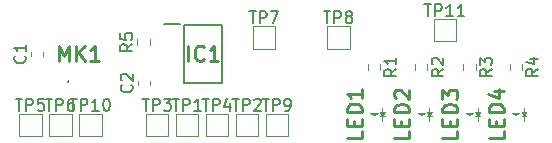
<source format=gto>
%TF.GenerationSoftware,KiCad,Pcbnew,8.0.0*%
%TF.CreationDate,2024-03-13T09:03:30+01:00*%
%TF.ProjectId,BAT_Breakout,4241545f-4272-4656-916b-6f75742e6b69,rev?*%
%TF.SameCoordinates,Original*%
%TF.FileFunction,Legend,Top*%
%TF.FilePolarity,Positive*%
%FSLAX46Y46*%
G04 Gerber Fmt 4.6, Leading zero omitted, Abs format (unit mm)*
G04 Created by KiCad (PCBNEW 8.0.0) date 2024-03-13 09:03:30*
%MOMM*%
%LPD*%
G01*
G04 APERTURE LIST*
%ADD10C,0.150000*%
%ADD11C,0.254000*%
%ADD12C,0.120000*%
%ADD13C,0.200000*%
G04 APERTURE END LIST*
D10*
X175438095Y-59406819D02*
X176009523Y-59406819D01*
X175723809Y-60406819D02*
X175723809Y-59406819D01*
X176342857Y-60406819D02*
X176342857Y-59406819D01*
X176342857Y-59406819D02*
X176723809Y-59406819D01*
X176723809Y-59406819D02*
X176819047Y-59454438D01*
X176819047Y-59454438D02*
X176866666Y-59502057D01*
X176866666Y-59502057D02*
X176914285Y-59597295D01*
X176914285Y-59597295D02*
X176914285Y-59740152D01*
X176914285Y-59740152D02*
X176866666Y-59835390D01*
X176866666Y-59835390D02*
X176819047Y-59883009D01*
X176819047Y-59883009D02*
X176723809Y-59930628D01*
X176723809Y-59930628D02*
X176342857Y-59930628D01*
X177247619Y-59406819D02*
X177914285Y-59406819D01*
X177914285Y-59406819D02*
X177485714Y-60406819D01*
X158198095Y-66806819D02*
X158769523Y-66806819D01*
X158483809Y-67806819D02*
X158483809Y-66806819D01*
X159102857Y-67806819D02*
X159102857Y-66806819D01*
X159102857Y-66806819D02*
X159483809Y-66806819D01*
X159483809Y-66806819D02*
X159579047Y-66854438D01*
X159579047Y-66854438D02*
X159626666Y-66902057D01*
X159626666Y-66902057D02*
X159674285Y-66997295D01*
X159674285Y-66997295D02*
X159674285Y-67140152D01*
X159674285Y-67140152D02*
X159626666Y-67235390D01*
X159626666Y-67235390D02*
X159579047Y-67283009D01*
X159579047Y-67283009D02*
X159483809Y-67330628D01*
X159483809Y-67330628D02*
X159102857Y-67330628D01*
X160531428Y-66806819D02*
X160340952Y-66806819D01*
X160340952Y-66806819D02*
X160245714Y-66854438D01*
X160245714Y-66854438D02*
X160198095Y-66902057D01*
X160198095Y-66902057D02*
X160102857Y-67044914D01*
X160102857Y-67044914D02*
X160055238Y-67235390D01*
X160055238Y-67235390D02*
X160055238Y-67616342D01*
X160055238Y-67616342D02*
X160102857Y-67711580D01*
X160102857Y-67711580D02*
X160150476Y-67759200D01*
X160150476Y-67759200D02*
X160245714Y-67806819D01*
X160245714Y-67806819D02*
X160436190Y-67806819D01*
X160436190Y-67806819D02*
X160531428Y-67759200D01*
X160531428Y-67759200D02*
X160579047Y-67711580D01*
X160579047Y-67711580D02*
X160626666Y-67616342D01*
X160626666Y-67616342D02*
X160626666Y-67378247D01*
X160626666Y-67378247D02*
X160579047Y-67283009D01*
X160579047Y-67283009D02*
X160531428Y-67235390D01*
X160531428Y-67235390D02*
X160436190Y-67187771D01*
X160436190Y-67187771D02*
X160245714Y-67187771D01*
X160245714Y-67187771D02*
X160150476Y-67235390D01*
X160150476Y-67235390D02*
X160102857Y-67283009D01*
X160102857Y-67283009D02*
X160055238Y-67378247D01*
X155658095Y-66806819D02*
X156229523Y-66806819D01*
X155943809Y-67806819D02*
X155943809Y-66806819D01*
X156562857Y-67806819D02*
X156562857Y-66806819D01*
X156562857Y-66806819D02*
X156943809Y-66806819D01*
X156943809Y-66806819D02*
X157039047Y-66854438D01*
X157039047Y-66854438D02*
X157086666Y-66902057D01*
X157086666Y-66902057D02*
X157134285Y-66997295D01*
X157134285Y-66997295D02*
X157134285Y-67140152D01*
X157134285Y-67140152D02*
X157086666Y-67235390D01*
X157086666Y-67235390D02*
X157039047Y-67283009D01*
X157039047Y-67283009D02*
X156943809Y-67330628D01*
X156943809Y-67330628D02*
X156562857Y-67330628D01*
X158039047Y-66806819D02*
X157562857Y-66806819D01*
X157562857Y-66806819D02*
X157515238Y-67283009D01*
X157515238Y-67283009D02*
X157562857Y-67235390D01*
X157562857Y-67235390D02*
X157658095Y-67187771D01*
X157658095Y-67187771D02*
X157896190Y-67187771D01*
X157896190Y-67187771D02*
X157991428Y-67235390D01*
X157991428Y-67235390D02*
X158039047Y-67283009D01*
X158039047Y-67283009D02*
X158086666Y-67378247D01*
X158086666Y-67378247D02*
X158086666Y-67616342D01*
X158086666Y-67616342D02*
X158039047Y-67711580D01*
X158039047Y-67711580D02*
X157991428Y-67759200D01*
X157991428Y-67759200D02*
X157896190Y-67806819D01*
X157896190Y-67806819D02*
X157658095Y-67806819D01*
X157658095Y-67806819D02*
X157562857Y-67759200D01*
X157562857Y-67759200D02*
X157515238Y-67711580D01*
X171458095Y-66806819D02*
X172029523Y-66806819D01*
X171743809Y-67806819D02*
X171743809Y-66806819D01*
X172362857Y-67806819D02*
X172362857Y-66806819D01*
X172362857Y-66806819D02*
X172743809Y-66806819D01*
X172743809Y-66806819D02*
X172839047Y-66854438D01*
X172839047Y-66854438D02*
X172886666Y-66902057D01*
X172886666Y-66902057D02*
X172934285Y-66997295D01*
X172934285Y-66997295D02*
X172934285Y-67140152D01*
X172934285Y-67140152D02*
X172886666Y-67235390D01*
X172886666Y-67235390D02*
X172839047Y-67283009D01*
X172839047Y-67283009D02*
X172743809Y-67330628D01*
X172743809Y-67330628D02*
X172362857Y-67330628D01*
X173791428Y-67140152D02*
X173791428Y-67806819D01*
X173553333Y-66759200D02*
X173315238Y-67473485D01*
X173315238Y-67473485D02*
X173934285Y-67473485D01*
X166378095Y-66806819D02*
X166949523Y-66806819D01*
X166663809Y-67806819D02*
X166663809Y-66806819D01*
X167282857Y-67806819D02*
X167282857Y-66806819D01*
X167282857Y-66806819D02*
X167663809Y-66806819D01*
X167663809Y-66806819D02*
X167759047Y-66854438D01*
X167759047Y-66854438D02*
X167806666Y-66902057D01*
X167806666Y-66902057D02*
X167854285Y-66997295D01*
X167854285Y-66997295D02*
X167854285Y-67140152D01*
X167854285Y-67140152D02*
X167806666Y-67235390D01*
X167806666Y-67235390D02*
X167759047Y-67283009D01*
X167759047Y-67283009D02*
X167663809Y-67330628D01*
X167663809Y-67330628D02*
X167282857Y-67330628D01*
X168187619Y-66806819D02*
X168806666Y-66806819D01*
X168806666Y-66806819D02*
X168473333Y-67187771D01*
X168473333Y-67187771D02*
X168616190Y-67187771D01*
X168616190Y-67187771D02*
X168711428Y-67235390D01*
X168711428Y-67235390D02*
X168759047Y-67283009D01*
X168759047Y-67283009D02*
X168806666Y-67378247D01*
X168806666Y-67378247D02*
X168806666Y-67616342D01*
X168806666Y-67616342D02*
X168759047Y-67711580D01*
X168759047Y-67711580D02*
X168711428Y-67759200D01*
X168711428Y-67759200D02*
X168616190Y-67806819D01*
X168616190Y-67806819D02*
X168330476Y-67806819D01*
X168330476Y-67806819D02*
X168235238Y-67759200D01*
X168235238Y-67759200D02*
X168187619Y-67711580D01*
X173998095Y-66806819D02*
X174569523Y-66806819D01*
X174283809Y-67806819D02*
X174283809Y-66806819D01*
X174902857Y-67806819D02*
X174902857Y-66806819D01*
X174902857Y-66806819D02*
X175283809Y-66806819D01*
X175283809Y-66806819D02*
X175379047Y-66854438D01*
X175379047Y-66854438D02*
X175426666Y-66902057D01*
X175426666Y-66902057D02*
X175474285Y-66997295D01*
X175474285Y-66997295D02*
X175474285Y-67140152D01*
X175474285Y-67140152D02*
X175426666Y-67235390D01*
X175426666Y-67235390D02*
X175379047Y-67283009D01*
X175379047Y-67283009D02*
X175283809Y-67330628D01*
X175283809Y-67330628D02*
X174902857Y-67330628D01*
X175855238Y-66902057D02*
X175902857Y-66854438D01*
X175902857Y-66854438D02*
X175998095Y-66806819D01*
X175998095Y-66806819D02*
X176236190Y-66806819D01*
X176236190Y-66806819D02*
X176331428Y-66854438D01*
X176331428Y-66854438D02*
X176379047Y-66902057D01*
X176379047Y-66902057D02*
X176426666Y-66997295D01*
X176426666Y-66997295D02*
X176426666Y-67092533D01*
X176426666Y-67092533D02*
X176379047Y-67235390D01*
X176379047Y-67235390D02*
X175807619Y-67806819D01*
X175807619Y-67806819D02*
X176426666Y-67806819D01*
X168918095Y-66806819D02*
X169489523Y-66806819D01*
X169203809Y-67806819D02*
X169203809Y-66806819D01*
X169822857Y-67806819D02*
X169822857Y-66806819D01*
X169822857Y-66806819D02*
X170203809Y-66806819D01*
X170203809Y-66806819D02*
X170299047Y-66854438D01*
X170299047Y-66854438D02*
X170346666Y-66902057D01*
X170346666Y-66902057D02*
X170394285Y-66997295D01*
X170394285Y-66997295D02*
X170394285Y-67140152D01*
X170394285Y-67140152D02*
X170346666Y-67235390D01*
X170346666Y-67235390D02*
X170299047Y-67283009D01*
X170299047Y-67283009D02*
X170203809Y-67330628D01*
X170203809Y-67330628D02*
X169822857Y-67330628D01*
X171346666Y-67806819D02*
X170775238Y-67806819D01*
X171060952Y-67806819D02*
X171060952Y-66806819D01*
X171060952Y-66806819D02*
X170965714Y-66949676D01*
X170965714Y-66949676D02*
X170870476Y-67044914D01*
X170870476Y-67044914D02*
X170775238Y-67092533D01*
X190261905Y-58806819D02*
X190833333Y-58806819D01*
X190547619Y-59806819D02*
X190547619Y-58806819D01*
X191166667Y-59806819D02*
X191166667Y-58806819D01*
X191166667Y-58806819D02*
X191547619Y-58806819D01*
X191547619Y-58806819D02*
X191642857Y-58854438D01*
X191642857Y-58854438D02*
X191690476Y-58902057D01*
X191690476Y-58902057D02*
X191738095Y-58997295D01*
X191738095Y-58997295D02*
X191738095Y-59140152D01*
X191738095Y-59140152D02*
X191690476Y-59235390D01*
X191690476Y-59235390D02*
X191642857Y-59283009D01*
X191642857Y-59283009D02*
X191547619Y-59330628D01*
X191547619Y-59330628D02*
X191166667Y-59330628D01*
X192690476Y-59806819D02*
X192119048Y-59806819D01*
X192404762Y-59806819D02*
X192404762Y-58806819D01*
X192404762Y-58806819D02*
X192309524Y-58949676D01*
X192309524Y-58949676D02*
X192214286Y-59044914D01*
X192214286Y-59044914D02*
X192119048Y-59092533D01*
X193642857Y-59806819D02*
X193071429Y-59806819D01*
X193357143Y-59806819D02*
X193357143Y-58806819D01*
X193357143Y-58806819D02*
X193261905Y-58949676D01*
X193261905Y-58949676D02*
X193166667Y-59044914D01*
X193166667Y-59044914D02*
X193071429Y-59092533D01*
X160261905Y-66806819D02*
X160833333Y-66806819D01*
X160547619Y-67806819D02*
X160547619Y-66806819D01*
X161166667Y-67806819D02*
X161166667Y-66806819D01*
X161166667Y-66806819D02*
X161547619Y-66806819D01*
X161547619Y-66806819D02*
X161642857Y-66854438D01*
X161642857Y-66854438D02*
X161690476Y-66902057D01*
X161690476Y-66902057D02*
X161738095Y-66997295D01*
X161738095Y-66997295D02*
X161738095Y-67140152D01*
X161738095Y-67140152D02*
X161690476Y-67235390D01*
X161690476Y-67235390D02*
X161642857Y-67283009D01*
X161642857Y-67283009D02*
X161547619Y-67330628D01*
X161547619Y-67330628D02*
X161166667Y-67330628D01*
X162690476Y-67806819D02*
X162119048Y-67806819D01*
X162404762Y-67806819D02*
X162404762Y-66806819D01*
X162404762Y-66806819D02*
X162309524Y-66949676D01*
X162309524Y-66949676D02*
X162214286Y-67044914D01*
X162214286Y-67044914D02*
X162119048Y-67092533D01*
X163309524Y-66806819D02*
X163404762Y-66806819D01*
X163404762Y-66806819D02*
X163500000Y-66854438D01*
X163500000Y-66854438D02*
X163547619Y-66902057D01*
X163547619Y-66902057D02*
X163595238Y-66997295D01*
X163595238Y-66997295D02*
X163642857Y-67187771D01*
X163642857Y-67187771D02*
X163642857Y-67425866D01*
X163642857Y-67425866D02*
X163595238Y-67616342D01*
X163595238Y-67616342D02*
X163547619Y-67711580D01*
X163547619Y-67711580D02*
X163500000Y-67759200D01*
X163500000Y-67759200D02*
X163404762Y-67806819D01*
X163404762Y-67806819D02*
X163309524Y-67806819D01*
X163309524Y-67806819D02*
X163214286Y-67759200D01*
X163214286Y-67759200D02*
X163166667Y-67711580D01*
X163166667Y-67711580D02*
X163119048Y-67616342D01*
X163119048Y-67616342D02*
X163071429Y-67425866D01*
X163071429Y-67425866D02*
X163071429Y-67187771D01*
X163071429Y-67187771D02*
X163119048Y-66997295D01*
X163119048Y-66997295D02*
X163166667Y-66902057D01*
X163166667Y-66902057D02*
X163214286Y-66854438D01*
X163214286Y-66854438D02*
X163309524Y-66806819D01*
X176538095Y-66806819D02*
X177109523Y-66806819D01*
X176823809Y-67806819D02*
X176823809Y-66806819D01*
X177442857Y-67806819D02*
X177442857Y-66806819D01*
X177442857Y-66806819D02*
X177823809Y-66806819D01*
X177823809Y-66806819D02*
X177919047Y-66854438D01*
X177919047Y-66854438D02*
X177966666Y-66902057D01*
X177966666Y-66902057D02*
X178014285Y-66997295D01*
X178014285Y-66997295D02*
X178014285Y-67140152D01*
X178014285Y-67140152D02*
X177966666Y-67235390D01*
X177966666Y-67235390D02*
X177919047Y-67283009D01*
X177919047Y-67283009D02*
X177823809Y-67330628D01*
X177823809Y-67330628D02*
X177442857Y-67330628D01*
X178490476Y-67806819D02*
X178680952Y-67806819D01*
X178680952Y-67806819D02*
X178776190Y-67759200D01*
X178776190Y-67759200D02*
X178823809Y-67711580D01*
X178823809Y-67711580D02*
X178919047Y-67568723D01*
X178919047Y-67568723D02*
X178966666Y-67378247D01*
X178966666Y-67378247D02*
X178966666Y-66997295D01*
X178966666Y-66997295D02*
X178919047Y-66902057D01*
X178919047Y-66902057D02*
X178871428Y-66854438D01*
X178871428Y-66854438D02*
X178776190Y-66806819D01*
X178776190Y-66806819D02*
X178585714Y-66806819D01*
X178585714Y-66806819D02*
X178490476Y-66854438D01*
X178490476Y-66854438D02*
X178442857Y-66902057D01*
X178442857Y-66902057D02*
X178395238Y-66997295D01*
X178395238Y-66997295D02*
X178395238Y-67235390D01*
X178395238Y-67235390D02*
X178442857Y-67330628D01*
X178442857Y-67330628D02*
X178490476Y-67378247D01*
X178490476Y-67378247D02*
X178585714Y-67425866D01*
X178585714Y-67425866D02*
X178776190Y-67425866D01*
X178776190Y-67425866D02*
X178871428Y-67378247D01*
X178871428Y-67378247D02*
X178919047Y-67330628D01*
X178919047Y-67330628D02*
X178966666Y-67235390D01*
X181738095Y-59406819D02*
X182309523Y-59406819D01*
X182023809Y-60406819D02*
X182023809Y-59406819D01*
X182642857Y-60406819D02*
X182642857Y-59406819D01*
X182642857Y-59406819D02*
X183023809Y-59406819D01*
X183023809Y-59406819D02*
X183119047Y-59454438D01*
X183119047Y-59454438D02*
X183166666Y-59502057D01*
X183166666Y-59502057D02*
X183214285Y-59597295D01*
X183214285Y-59597295D02*
X183214285Y-59740152D01*
X183214285Y-59740152D02*
X183166666Y-59835390D01*
X183166666Y-59835390D02*
X183119047Y-59883009D01*
X183119047Y-59883009D02*
X183023809Y-59930628D01*
X183023809Y-59930628D02*
X182642857Y-59930628D01*
X183785714Y-59835390D02*
X183690476Y-59787771D01*
X183690476Y-59787771D02*
X183642857Y-59740152D01*
X183642857Y-59740152D02*
X183595238Y-59644914D01*
X183595238Y-59644914D02*
X183595238Y-59597295D01*
X183595238Y-59597295D02*
X183642857Y-59502057D01*
X183642857Y-59502057D02*
X183690476Y-59454438D01*
X183690476Y-59454438D02*
X183785714Y-59406819D01*
X183785714Y-59406819D02*
X183976190Y-59406819D01*
X183976190Y-59406819D02*
X184071428Y-59454438D01*
X184071428Y-59454438D02*
X184119047Y-59502057D01*
X184119047Y-59502057D02*
X184166666Y-59597295D01*
X184166666Y-59597295D02*
X184166666Y-59644914D01*
X184166666Y-59644914D02*
X184119047Y-59740152D01*
X184119047Y-59740152D02*
X184071428Y-59787771D01*
X184071428Y-59787771D02*
X183976190Y-59835390D01*
X183976190Y-59835390D02*
X183785714Y-59835390D01*
X183785714Y-59835390D02*
X183690476Y-59883009D01*
X183690476Y-59883009D02*
X183642857Y-59930628D01*
X183642857Y-59930628D02*
X183595238Y-60025866D01*
X183595238Y-60025866D02*
X183595238Y-60216342D01*
X183595238Y-60216342D02*
X183642857Y-60311580D01*
X183642857Y-60311580D02*
X183690476Y-60359200D01*
X183690476Y-60359200D02*
X183785714Y-60406819D01*
X183785714Y-60406819D02*
X183976190Y-60406819D01*
X183976190Y-60406819D02*
X184071428Y-60359200D01*
X184071428Y-60359200D02*
X184119047Y-60311580D01*
X184119047Y-60311580D02*
X184166666Y-60216342D01*
X184166666Y-60216342D02*
X184166666Y-60025866D01*
X184166666Y-60025866D02*
X184119047Y-59930628D01*
X184119047Y-59930628D02*
X184071428Y-59883009D01*
X184071428Y-59883009D02*
X183976190Y-59835390D01*
X199884819Y-64266666D02*
X199408628Y-64599999D01*
X199884819Y-64838094D02*
X198884819Y-64838094D01*
X198884819Y-64838094D02*
X198884819Y-64457142D01*
X198884819Y-64457142D02*
X198932438Y-64361904D01*
X198932438Y-64361904D02*
X198980057Y-64314285D01*
X198980057Y-64314285D02*
X199075295Y-64266666D01*
X199075295Y-64266666D02*
X199218152Y-64266666D01*
X199218152Y-64266666D02*
X199313390Y-64314285D01*
X199313390Y-64314285D02*
X199361009Y-64361904D01*
X199361009Y-64361904D02*
X199408628Y-64457142D01*
X199408628Y-64457142D02*
X199408628Y-64838094D01*
X199218152Y-63409523D02*
X199884819Y-63409523D01*
X198837200Y-63647618D02*
X199551485Y-63885713D01*
X199551485Y-63885713D02*
X199551485Y-63266666D01*
X195984819Y-64279166D02*
X195508628Y-64612499D01*
X195984819Y-64850594D02*
X194984819Y-64850594D01*
X194984819Y-64850594D02*
X194984819Y-64469642D01*
X194984819Y-64469642D02*
X195032438Y-64374404D01*
X195032438Y-64374404D02*
X195080057Y-64326785D01*
X195080057Y-64326785D02*
X195175295Y-64279166D01*
X195175295Y-64279166D02*
X195318152Y-64279166D01*
X195318152Y-64279166D02*
X195413390Y-64326785D01*
X195413390Y-64326785D02*
X195461009Y-64374404D01*
X195461009Y-64374404D02*
X195508628Y-64469642D01*
X195508628Y-64469642D02*
X195508628Y-64850594D01*
X194984819Y-63945832D02*
X194984819Y-63326785D01*
X194984819Y-63326785D02*
X195365771Y-63660118D01*
X195365771Y-63660118D02*
X195365771Y-63517261D01*
X195365771Y-63517261D02*
X195413390Y-63422023D01*
X195413390Y-63422023D02*
X195461009Y-63374404D01*
X195461009Y-63374404D02*
X195556247Y-63326785D01*
X195556247Y-63326785D02*
X195794342Y-63326785D01*
X195794342Y-63326785D02*
X195889580Y-63374404D01*
X195889580Y-63374404D02*
X195937200Y-63422023D01*
X195937200Y-63422023D02*
X195984819Y-63517261D01*
X195984819Y-63517261D02*
X195984819Y-63802975D01*
X195984819Y-63802975D02*
X195937200Y-63898213D01*
X195937200Y-63898213D02*
X195889580Y-63945832D01*
X191884819Y-64279166D02*
X191408628Y-64612499D01*
X191884819Y-64850594D02*
X190884819Y-64850594D01*
X190884819Y-64850594D02*
X190884819Y-64469642D01*
X190884819Y-64469642D02*
X190932438Y-64374404D01*
X190932438Y-64374404D02*
X190980057Y-64326785D01*
X190980057Y-64326785D02*
X191075295Y-64279166D01*
X191075295Y-64279166D02*
X191218152Y-64279166D01*
X191218152Y-64279166D02*
X191313390Y-64326785D01*
X191313390Y-64326785D02*
X191361009Y-64374404D01*
X191361009Y-64374404D02*
X191408628Y-64469642D01*
X191408628Y-64469642D02*
X191408628Y-64850594D01*
X190980057Y-63898213D02*
X190932438Y-63850594D01*
X190932438Y-63850594D02*
X190884819Y-63755356D01*
X190884819Y-63755356D02*
X190884819Y-63517261D01*
X190884819Y-63517261D02*
X190932438Y-63422023D01*
X190932438Y-63422023D02*
X190980057Y-63374404D01*
X190980057Y-63374404D02*
X191075295Y-63326785D01*
X191075295Y-63326785D02*
X191170533Y-63326785D01*
X191170533Y-63326785D02*
X191313390Y-63374404D01*
X191313390Y-63374404D02*
X191884819Y-63945832D01*
X191884819Y-63945832D02*
X191884819Y-63326785D01*
X187884819Y-64279166D02*
X187408628Y-64612499D01*
X187884819Y-64850594D02*
X186884819Y-64850594D01*
X186884819Y-64850594D02*
X186884819Y-64469642D01*
X186884819Y-64469642D02*
X186932438Y-64374404D01*
X186932438Y-64374404D02*
X186980057Y-64326785D01*
X186980057Y-64326785D02*
X187075295Y-64279166D01*
X187075295Y-64279166D02*
X187218152Y-64279166D01*
X187218152Y-64279166D02*
X187313390Y-64326785D01*
X187313390Y-64326785D02*
X187361009Y-64374404D01*
X187361009Y-64374404D02*
X187408628Y-64469642D01*
X187408628Y-64469642D02*
X187408628Y-64850594D01*
X187884819Y-63326785D02*
X187884819Y-63898213D01*
X187884819Y-63612499D02*
X186884819Y-63612499D01*
X186884819Y-63612499D02*
X187027676Y-63707737D01*
X187027676Y-63707737D02*
X187122914Y-63802975D01*
X187122914Y-63802975D02*
X187170533Y-63898213D01*
D11*
X159336904Y-63574318D02*
X159336904Y-62304318D01*
X159336904Y-62304318D02*
X159760238Y-63211461D01*
X159760238Y-63211461D02*
X160183571Y-62304318D01*
X160183571Y-62304318D02*
X160183571Y-63574318D01*
X160788333Y-63574318D02*
X160788333Y-62304318D01*
X161514048Y-63574318D02*
X160969762Y-62848603D01*
X161514048Y-62304318D02*
X160788333Y-63030032D01*
X162723572Y-63574318D02*
X161997857Y-63574318D01*
X162360714Y-63574318D02*
X162360714Y-62304318D01*
X162360714Y-62304318D02*
X162239762Y-62485746D01*
X162239762Y-62485746D02*
X162118810Y-62606699D01*
X162118810Y-62606699D02*
X161997857Y-62667175D01*
X196974318Y-69521190D02*
X196974318Y-70125952D01*
X196974318Y-70125952D02*
X195704318Y-70125952D01*
X196309080Y-69097857D02*
X196309080Y-68674523D01*
X196974318Y-68493095D02*
X196974318Y-69097857D01*
X196974318Y-69097857D02*
X195704318Y-69097857D01*
X195704318Y-69097857D02*
X195704318Y-68493095D01*
X196974318Y-67948809D02*
X195704318Y-67948809D01*
X195704318Y-67948809D02*
X195704318Y-67646428D01*
X195704318Y-67646428D02*
X195764794Y-67464999D01*
X195764794Y-67464999D02*
X195885746Y-67344047D01*
X195885746Y-67344047D02*
X196006699Y-67283570D01*
X196006699Y-67283570D02*
X196248603Y-67223094D01*
X196248603Y-67223094D02*
X196430032Y-67223094D01*
X196430032Y-67223094D02*
X196671937Y-67283570D01*
X196671937Y-67283570D02*
X196792889Y-67344047D01*
X196792889Y-67344047D02*
X196913842Y-67464999D01*
X196913842Y-67464999D02*
X196974318Y-67646428D01*
X196974318Y-67646428D02*
X196974318Y-67948809D01*
X196127651Y-66134523D02*
X196974318Y-66134523D01*
X195643842Y-66436904D02*
X196550984Y-66739285D01*
X196550984Y-66739285D02*
X196550984Y-65953094D01*
X193069318Y-69526190D02*
X193069318Y-70130952D01*
X193069318Y-70130952D02*
X191799318Y-70130952D01*
X192404080Y-69102857D02*
X192404080Y-68679523D01*
X193069318Y-68498095D02*
X193069318Y-69102857D01*
X193069318Y-69102857D02*
X191799318Y-69102857D01*
X191799318Y-69102857D02*
X191799318Y-68498095D01*
X193069318Y-67953809D02*
X191799318Y-67953809D01*
X191799318Y-67953809D02*
X191799318Y-67651428D01*
X191799318Y-67651428D02*
X191859794Y-67469999D01*
X191859794Y-67469999D02*
X191980746Y-67349047D01*
X191980746Y-67349047D02*
X192101699Y-67288570D01*
X192101699Y-67288570D02*
X192343603Y-67228094D01*
X192343603Y-67228094D02*
X192525032Y-67228094D01*
X192525032Y-67228094D02*
X192766937Y-67288570D01*
X192766937Y-67288570D02*
X192887889Y-67349047D01*
X192887889Y-67349047D02*
X193008842Y-67469999D01*
X193008842Y-67469999D02*
X193069318Y-67651428D01*
X193069318Y-67651428D02*
X193069318Y-67953809D01*
X191799318Y-66804761D02*
X191799318Y-66018570D01*
X191799318Y-66018570D02*
X192283127Y-66441904D01*
X192283127Y-66441904D02*
X192283127Y-66260475D01*
X192283127Y-66260475D02*
X192343603Y-66139523D01*
X192343603Y-66139523D02*
X192404080Y-66079047D01*
X192404080Y-66079047D02*
X192525032Y-66018570D01*
X192525032Y-66018570D02*
X192827413Y-66018570D01*
X192827413Y-66018570D02*
X192948365Y-66079047D01*
X192948365Y-66079047D02*
X193008842Y-66139523D01*
X193008842Y-66139523D02*
X193069318Y-66260475D01*
X193069318Y-66260475D02*
X193069318Y-66623332D01*
X193069318Y-66623332D02*
X193008842Y-66744285D01*
X193008842Y-66744285D02*
X192948365Y-66804761D01*
X188974318Y-69526190D02*
X188974318Y-70130952D01*
X188974318Y-70130952D02*
X187704318Y-70130952D01*
X188309080Y-69102857D02*
X188309080Y-68679523D01*
X188974318Y-68498095D02*
X188974318Y-69102857D01*
X188974318Y-69102857D02*
X187704318Y-69102857D01*
X187704318Y-69102857D02*
X187704318Y-68498095D01*
X188974318Y-67953809D02*
X187704318Y-67953809D01*
X187704318Y-67953809D02*
X187704318Y-67651428D01*
X187704318Y-67651428D02*
X187764794Y-67469999D01*
X187764794Y-67469999D02*
X187885746Y-67349047D01*
X187885746Y-67349047D02*
X188006699Y-67288570D01*
X188006699Y-67288570D02*
X188248603Y-67228094D01*
X188248603Y-67228094D02*
X188430032Y-67228094D01*
X188430032Y-67228094D02*
X188671937Y-67288570D01*
X188671937Y-67288570D02*
X188792889Y-67349047D01*
X188792889Y-67349047D02*
X188913842Y-67469999D01*
X188913842Y-67469999D02*
X188974318Y-67651428D01*
X188974318Y-67651428D02*
X188974318Y-67953809D01*
X187825270Y-66744285D02*
X187764794Y-66683809D01*
X187764794Y-66683809D02*
X187704318Y-66562856D01*
X187704318Y-66562856D02*
X187704318Y-66260475D01*
X187704318Y-66260475D02*
X187764794Y-66139523D01*
X187764794Y-66139523D02*
X187825270Y-66079047D01*
X187825270Y-66079047D02*
X187946222Y-66018570D01*
X187946222Y-66018570D02*
X188067175Y-66018570D01*
X188067175Y-66018570D02*
X188248603Y-66079047D01*
X188248603Y-66079047D02*
X188974318Y-66804761D01*
X188974318Y-66804761D02*
X188974318Y-66018570D01*
X184974318Y-69521190D02*
X184974318Y-70125952D01*
X184974318Y-70125952D02*
X183704318Y-70125952D01*
X184309080Y-69097857D02*
X184309080Y-68674523D01*
X184974318Y-68493095D02*
X184974318Y-69097857D01*
X184974318Y-69097857D02*
X183704318Y-69097857D01*
X183704318Y-69097857D02*
X183704318Y-68493095D01*
X184974318Y-67948809D02*
X183704318Y-67948809D01*
X183704318Y-67948809D02*
X183704318Y-67646428D01*
X183704318Y-67646428D02*
X183764794Y-67464999D01*
X183764794Y-67464999D02*
X183885746Y-67344047D01*
X183885746Y-67344047D02*
X184006699Y-67283570D01*
X184006699Y-67283570D02*
X184248603Y-67223094D01*
X184248603Y-67223094D02*
X184430032Y-67223094D01*
X184430032Y-67223094D02*
X184671937Y-67283570D01*
X184671937Y-67283570D02*
X184792889Y-67344047D01*
X184792889Y-67344047D02*
X184913842Y-67464999D01*
X184913842Y-67464999D02*
X184974318Y-67646428D01*
X184974318Y-67646428D02*
X184974318Y-67948809D01*
X184974318Y-66013570D02*
X184974318Y-66739285D01*
X184974318Y-66376428D02*
X183704318Y-66376428D01*
X183704318Y-66376428D02*
X183885746Y-66497380D01*
X183885746Y-66497380D02*
X184006699Y-66618332D01*
X184006699Y-66618332D02*
X184067175Y-66739285D01*
X170260237Y-63574318D02*
X170260237Y-62304318D01*
X171590714Y-63453365D02*
X171530238Y-63513842D01*
X171530238Y-63513842D02*
X171348809Y-63574318D01*
X171348809Y-63574318D02*
X171227857Y-63574318D01*
X171227857Y-63574318D02*
X171046428Y-63513842D01*
X171046428Y-63513842D02*
X170925476Y-63392889D01*
X170925476Y-63392889D02*
X170864999Y-63271937D01*
X170864999Y-63271937D02*
X170804523Y-63030032D01*
X170804523Y-63030032D02*
X170804523Y-62848603D01*
X170804523Y-62848603D02*
X170864999Y-62606699D01*
X170864999Y-62606699D02*
X170925476Y-62485746D01*
X170925476Y-62485746D02*
X171046428Y-62364794D01*
X171046428Y-62364794D02*
X171227857Y-62304318D01*
X171227857Y-62304318D02*
X171348809Y-62304318D01*
X171348809Y-62304318D02*
X171530238Y-62364794D01*
X171530238Y-62364794D02*
X171590714Y-62425270D01*
X172800238Y-63574318D02*
X172074523Y-63574318D01*
X172437380Y-63574318D02*
X172437380Y-62304318D01*
X172437380Y-62304318D02*
X172316428Y-62485746D01*
X172316428Y-62485746D02*
X172195476Y-62606699D01*
X172195476Y-62606699D02*
X172074523Y-62667175D01*
D10*
X165524819Y-62166666D02*
X165048628Y-62499999D01*
X165524819Y-62738094D02*
X164524819Y-62738094D01*
X164524819Y-62738094D02*
X164524819Y-62357142D01*
X164524819Y-62357142D02*
X164572438Y-62261904D01*
X164572438Y-62261904D02*
X164620057Y-62214285D01*
X164620057Y-62214285D02*
X164715295Y-62166666D01*
X164715295Y-62166666D02*
X164858152Y-62166666D01*
X164858152Y-62166666D02*
X164953390Y-62214285D01*
X164953390Y-62214285D02*
X165001009Y-62261904D01*
X165001009Y-62261904D02*
X165048628Y-62357142D01*
X165048628Y-62357142D02*
X165048628Y-62738094D01*
X164524819Y-61261904D02*
X164524819Y-61738094D01*
X164524819Y-61738094D02*
X165001009Y-61785713D01*
X165001009Y-61785713D02*
X164953390Y-61738094D01*
X164953390Y-61738094D02*
X164905771Y-61642856D01*
X164905771Y-61642856D02*
X164905771Y-61404761D01*
X164905771Y-61404761D02*
X164953390Y-61309523D01*
X164953390Y-61309523D02*
X165001009Y-61261904D01*
X165001009Y-61261904D02*
X165096247Y-61214285D01*
X165096247Y-61214285D02*
X165334342Y-61214285D01*
X165334342Y-61214285D02*
X165429580Y-61261904D01*
X165429580Y-61261904D02*
X165477200Y-61309523D01*
X165477200Y-61309523D02*
X165524819Y-61404761D01*
X165524819Y-61404761D02*
X165524819Y-61642856D01*
X165524819Y-61642856D02*
X165477200Y-61738094D01*
X165477200Y-61738094D02*
X165429580Y-61785713D01*
X165459580Y-65629166D02*
X165507200Y-65676785D01*
X165507200Y-65676785D02*
X165554819Y-65819642D01*
X165554819Y-65819642D02*
X165554819Y-65914880D01*
X165554819Y-65914880D02*
X165507200Y-66057737D01*
X165507200Y-66057737D02*
X165411961Y-66152975D01*
X165411961Y-66152975D02*
X165316723Y-66200594D01*
X165316723Y-66200594D02*
X165126247Y-66248213D01*
X165126247Y-66248213D02*
X164983390Y-66248213D01*
X164983390Y-66248213D02*
X164792914Y-66200594D01*
X164792914Y-66200594D02*
X164697676Y-66152975D01*
X164697676Y-66152975D02*
X164602438Y-66057737D01*
X164602438Y-66057737D02*
X164554819Y-65914880D01*
X164554819Y-65914880D02*
X164554819Y-65819642D01*
X164554819Y-65819642D02*
X164602438Y-65676785D01*
X164602438Y-65676785D02*
X164650057Y-65629166D01*
X164650057Y-65248213D02*
X164602438Y-65200594D01*
X164602438Y-65200594D02*
X164554819Y-65105356D01*
X164554819Y-65105356D02*
X164554819Y-64867261D01*
X164554819Y-64867261D02*
X164602438Y-64772023D01*
X164602438Y-64772023D02*
X164650057Y-64724404D01*
X164650057Y-64724404D02*
X164745295Y-64676785D01*
X164745295Y-64676785D02*
X164840533Y-64676785D01*
X164840533Y-64676785D02*
X164983390Y-64724404D01*
X164983390Y-64724404D02*
X165554819Y-65295832D01*
X165554819Y-65295832D02*
X165554819Y-64676785D01*
X156429580Y-63166666D02*
X156477200Y-63214285D01*
X156477200Y-63214285D02*
X156524819Y-63357142D01*
X156524819Y-63357142D02*
X156524819Y-63452380D01*
X156524819Y-63452380D02*
X156477200Y-63595237D01*
X156477200Y-63595237D02*
X156381961Y-63690475D01*
X156381961Y-63690475D02*
X156286723Y-63738094D01*
X156286723Y-63738094D02*
X156096247Y-63785713D01*
X156096247Y-63785713D02*
X155953390Y-63785713D01*
X155953390Y-63785713D02*
X155762914Y-63738094D01*
X155762914Y-63738094D02*
X155667676Y-63690475D01*
X155667676Y-63690475D02*
X155572438Y-63595237D01*
X155572438Y-63595237D02*
X155524819Y-63452380D01*
X155524819Y-63452380D02*
X155524819Y-63357142D01*
X155524819Y-63357142D02*
X155572438Y-63214285D01*
X155572438Y-63214285D02*
X155620057Y-63166666D01*
X156524819Y-62214285D02*
X156524819Y-62785713D01*
X156524819Y-62499999D02*
X155524819Y-62499999D01*
X155524819Y-62499999D02*
X155667676Y-62595237D01*
X155667676Y-62595237D02*
X155762914Y-62690475D01*
X155762914Y-62690475D02*
X155810533Y-62785713D01*
D12*
%TO.C,TP7*%
X175750000Y-60650000D02*
X177650000Y-60650000D01*
X175750000Y-62550000D02*
X175750000Y-60650000D01*
X177650000Y-60650000D02*
X177650000Y-62550000D01*
X177650000Y-62550000D02*
X175750000Y-62550000D01*
%TO.C,TP6*%
X158510000Y-68050000D02*
X160410000Y-68050000D01*
X158510000Y-69950000D02*
X158510000Y-68050000D01*
X160410000Y-68050000D02*
X160410000Y-69950000D01*
X160410000Y-69950000D02*
X158510000Y-69950000D01*
%TO.C,TP5*%
X155970000Y-68050000D02*
X157870000Y-68050000D01*
X155970000Y-69950000D02*
X155970000Y-68050000D01*
X157870000Y-68050000D02*
X157870000Y-69950000D01*
X157870000Y-69950000D02*
X155970000Y-69950000D01*
%TO.C,TP4*%
X171770000Y-68050000D02*
X173670000Y-68050000D01*
X171770000Y-69950000D02*
X171770000Y-68050000D01*
X173670000Y-68050000D02*
X173670000Y-69950000D01*
X173670000Y-69950000D02*
X171770000Y-69950000D01*
%TO.C,TP3*%
X166690000Y-68050000D02*
X168590000Y-68050000D01*
X166690000Y-69950000D02*
X166690000Y-68050000D01*
X168590000Y-68050000D02*
X168590000Y-69950000D01*
X168590000Y-69950000D02*
X166690000Y-69950000D01*
%TO.C,TP2*%
X174310000Y-68050000D02*
X176210000Y-68050000D01*
X174310000Y-69950000D02*
X174310000Y-68050000D01*
X176210000Y-68050000D02*
X176210000Y-69950000D01*
X176210000Y-69950000D02*
X174310000Y-69950000D01*
%TO.C,TP1*%
X169230000Y-68050000D02*
X171130000Y-68050000D01*
X169230000Y-69950000D02*
X169230000Y-68050000D01*
X171130000Y-68050000D02*
X171130000Y-69950000D01*
X171130000Y-69950000D02*
X169230000Y-69950000D01*
%TO.C,TP11*%
X191050000Y-60050000D02*
X192950000Y-60050000D01*
X191050000Y-61950000D02*
X191050000Y-60050000D01*
X192950000Y-60050000D02*
X192950000Y-61950000D01*
X192950000Y-61950000D02*
X191050000Y-61950000D01*
%TO.C,TP10*%
X161050000Y-68050000D02*
X162950000Y-68050000D01*
X161050000Y-69950000D02*
X161050000Y-68050000D01*
X162950000Y-68050000D02*
X162950000Y-69950000D01*
X162950000Y-69950000D02*
X161050000Y-69950000D01*
%TO.C,TP9*%
X176850000Y-68050000D02*
X178750000Y-68050000D01*
X176850000Y-69950000D02*
X176850000Y-68050000D01*
X178750000Y-68050000D02*
X178750000Y-69950000D01*
X178750000Y-69950000D02*
X176850000Y-69950000D01*
%TO.C,TP8*%
X182050000Y-60650000D02*
X183950000Y-60650000D01*
X182050000Y-62550000D02*
X182050000Y-60650000D01*
X183950000Y-60650000D02*
X183950000Y-62550000D01*
X183950000Y-62550000D02*
X182050000Y-62550000D01*
%TO.C,R4*%
X198522500Y-63845276D02*
X198522500Y-64354724D01*
X197477500Y-63845276D02*
X197477500Y-64354724D01*
%TO.C,R3*%
X194622500Y-63857776D02*
X194622500Y-64367224D01*
X193577500Y-63857776D02*
X193577500Y-64367224D01*
%TO.C,R2*%
X190522500Y-63857776D02*
X190522500Y-64367224D01*
X189477500Y-63857776D02*
X189477500Y-64367224D01*
%TO.C,R1*%
X186522500Y-63857776D02*
X186522500Y-64367224D01*
X185477500Y-63857776D02*
X185477500Y-64367224D01*
D13*
%TO.C,MK1*%
X160116000Y-65300000D02*
X160116000Y-65300000D01*
X160116000Y-65400000D02*
X160116000Y-65400000D01*
X160116000Y-65400000D02*
X160116000Y-65400000D01*
X160116000Y-65300000D02*
G75*
G02*
X160116000Y-65400000I0J-50000D01*
G01*
X160116000Y-65300000D02*
G75*
G02*
X160116000Y-65400000I0J-50000D01*
G01*
X160116000Y-65400000D02*
G75*
G02*
X160116000Y-65300000I0J50000D01*
G01*
D12*
%TO.C,LED4*%
X198700000Y-68250000D02*
X198500000Y-67950000D01*
X198900000Y-68250000D02*
X198500000Y-68250000D01*
X198000000Y-68200000D02*
X197700000Y-68000000D01*
X198000000Y-68100000D02*
X197900000Y-68000000D01*
X197700000Y-68000000D02*
X198300000Y-68000000D01*
X198200000Y-68000000D02*
X198000000Y-68100000D01*
X198300000Y-68000000D02*
X198000000Y-68200000D01*
X198500000Y-67950000D02*
X198900000Y-67950000D01*
X198700000Y-67950000D02*
X198600000Y-68100000D01*
X198800000Y-67950000D02*
X198700000Y-68100000D01*
X198900000Y-67950000D02*
X198700000Y-68250000D01*
X198700000Y-67550000D02*
X198700000Y-68650000D01*
%TO.C,LED3*%
X194795000Y-68255000D02*
X194595000Y-67955000D01*
X194995000Y-68255000D02*
X194595000Y-68255000D01*
X194095000Y-68205000D02*
X193795000Y-68005000D01*
X194095000Y-68105000D02*
X193995000Y-68005000D01*
X193795000Y-68005000D02*
X194395000Y-68005000D01*
X194295000Y-68005000D02*
X194095000Y-68105000D01*
X194395000Y-68005000D02*
X194095000Y-68205000D01*
X194595000Y-67955000D02*
X194995000Y-67955000D01*
X194795000Y-67955000D02*
X194695000Y-68105000D01*
X194895000Y-67955000D02*
X194795000Y-68105000D01*
X194995000Y-67955000D02*
X194795000Y-68255000D01*
X194795000Y-67555000D02*
X194795000Y-68655000D01*
%TO.C,LED2*%
X190700000Y-68255000D02*
X190500000Y-67955000D01*
X190900000Y-68255000D02*
X190500000Y-68255000D01*
X190000000Y-68205000D02*
X189700000Y-68005000D01*
X190000000Y-68105000D02*
X189900000Y-68005000D01*
X189700000Y-68005000D02*
X190300000Y-68005000D01*
X190200000Y-68005000D02*
X190000000Y-68105000D01*
X190300000Y-68005000D02*
X190000000Y-68205000D01*
X190500000Y-67955000D02*
X190900000Y-67955000D01*
X190700000Y-67955000D02*
X190600000Y-68105000D01*
X190800000Y-67955000D02*
X190700000Y-68105000D01*
X190900000Y-67955000D02*
X190700000Y-68255000D01*
X190700000Y-67555000D02*
X190700000Y-68655000D01*
%TO.C,LED1*%
X186700000Y-68250000D02*
X186500000Y-67950000D01*
X186900000Y-68250000D02*
X186500000Y-68250000D01*
X186000000Y-68200000D02*
X185700000Y-68000000D01*
X186000000Y-68100000D02*
X185900000Y-68000000D01*
X185700000Y-68000000D02*
X186300000Y-68000000D01*
X186200000Y-68000000D02*
X186000000Y-68100000D01*
X186300000Y-68000000D02*
X186000000Y-68200000D01*
X186500000Y-67950000D02*
X186900000Y-67950000D01*
X186700000Y-67950000D02*
X186600000Y-68100000D01*
X186800000Y-67950000D02*
X186700000Y-68100000D01*
X186900000Y-67950000D02*
X186700000Y-68250000D01*
X186700000Y-67550000D02*
X186700000Y-68650000D01*
D13*
%TO.C,IC1*%
X169900000Y-60550000D02*
X173100000Y-60550000D01*
X173100000Y-60550000D02*
X173100000Y-65450000D01*
X173100000Y-65450000D02*
X169900000Y-65450000D01*
X169900000Y-65450000D02*
X169900000Y-60550000D01*
X168225000Y-60445000D02*
X169550000Y-60445000D01*
D12*
%TO.C,R5*%
X167022500Y-62254724D02*
X167022500Y-61745276D01*
X165977500Y-62254724D02*
X165977500Y-61745276D01*
%TO.C,C2*%
X165990000Y-65316233D02*
X165990000Y-65608767D01*
X167010000Y-65316233D02*
X167010000Y-65608767D01*
%TO.C,C1*%
X158010000Y-63146267D02*
X158010000Y-62853733D01*
X156990000Y-63146267D02*
X156990000Y-62853733D01*
%TD*%
M02*

</source>
